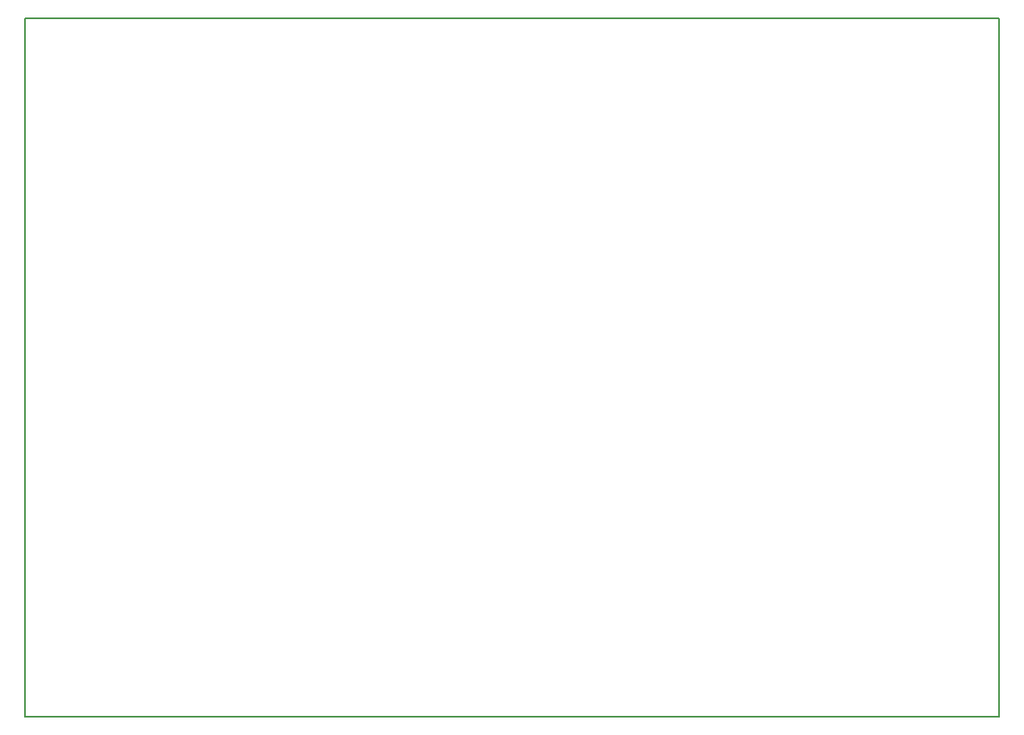
<source format=gbr>
%TF.GenerationSoftware,KiCad,Pcbnew,(5.1.9)-1*%
%TF.CreationDate,2022-05-22T22:27:41-05:00*%
%TF.ProjectId,rx02-emulator-mega-shield,72783032-2d65-46d7-956c-61746f722d6d,rev?*%
%TF.SameCoordinates,Original*%
%TF.FileFunction,Profile,NP*%
%FSLAX46Y46*%
G04 Gerber Fmt 4.6, Leading zero omitted, Abs format (unit mm)*
G04 Created by KiCad (PCBNEW (5.1.9)-1) date 2022-05-22 22:27:41*
%MOMM*%
%LPD*%
G01*
G04 APERTURE LIST*
%TA.AperFunction,Profile*%
%ADD10C,0.150000*%
%TD*%
G04 APERTURE END LIST*
D10*
X103378000Y-75692000D02*
X103378000Y-90424000D01*
X103378000Y-75692000D02*
X103378000Y-68326000D01*
X103378000Y-90424000D02*
X103378000Y-121666000D01*
X103378000Y-50546000D02*
X103378000Y-68326000D01*
X202438000Y-50546000D02*
X103378000Y-50546000D01*
X202438000Y-51054000D02*
X202438000Y-50546000D01*
X202438000Y-121666000D02*
X202438000Y-51054000D01*
X202438000Y-121666000D02*
X103378000Y-121666000D01*
M02*

</source>
